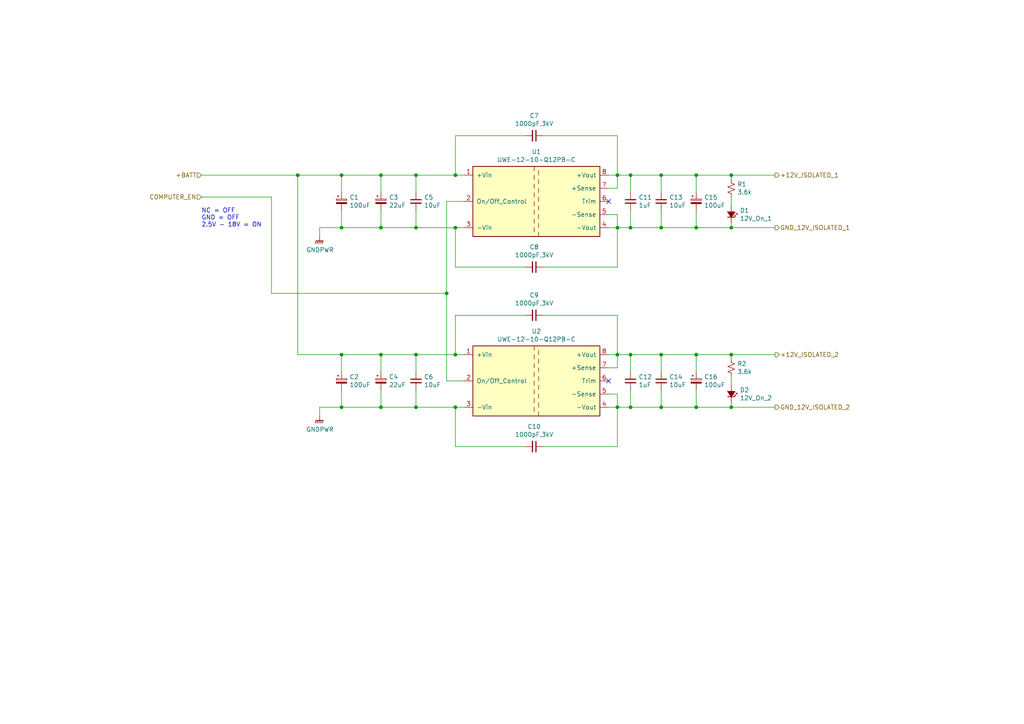
<source format=kicad_sch>
(kicad_sch (version 20211123) (generator eeschema)
  (paper "A4")
  (title_block (title "Power Management for Zeabus AUV") (date "20-April-2020") (rev "1.0.0") (company "Zeabus") (comment 1 "by Natchanan Thongtem and Akrapong Patchararungruang"))
  (lib_symbols
    (symbol "Device:C_Polarized_Small" (pin_numbers hide) (pin_names (offset 0.254) hide)
      (property "Reference" "C" (at 0.254 1.778 0))
      (property "Value" "C_Polarized_Small" (at 0.254 -2.032 0))
      (symbol "C_Polarized_Small_0_1"
        (rectangle (start -1.524 -0.3048) (end 1.524 -0.6858) (fill (type outline)))
        (rectangle (start -1.524 0.6858) (end 1.524 0.3048))
        (polyline (pts (xy -1.27 1.524) (xy -0.762 1.524)))
        (polyline (pts (xy -1.016 1.27) (xy -1.016 1.778)))
      )
      (symbol "C_Polarized_Small_1_1"
        (pin passive line (at 0 2.54 270) (length 1.8542) (name "~") (number "1"))
        (pin passive line (at 0 -2.54 90) (length 1.8542) (name "~") (number "2"))
      )
    )
    (symbol "Device:C_Small" (pin_numbers hide) (pin_names (offset 0.254) hide)
      (property "Reference" "C" (at 0.254 1.778 0))
      (property "Value" "C_Small" (at 0.254 -2.032 0))
      (symbol "C_Small_0_1"
        (polyline (pts (xy -1.524 -0.508) (xy 1.524 -0.508)) (stroke (width 0.3302)))
        (polyline (pts (xy -1.524 0.508) (xy 1.524 0.508)) (stroke (width 0.3048)))
      )
      (symbol "C_Small_1_1"
        (pin passive line (at 0 2.54 270) (length 2.032) (name "~") (number "1"))
        (pin passive line (at 0 -2.54 90) (length 2.032) (name "~") (number "2"))
      )
    )
    (symbol "Device:LED_Small_Filled" (pin_numbers hide) (pin_names (offset 0.254) hide)
      (property "Reference" "D" (at -1.27 3.175 0))
      (property "Value" "LED_Small_Filled" (at -4.445 -2.54 0))
      (symbol "LED_Small_Filled_0_1"
        (polyline (pts (xy -0.762 -1.016) (xy -0.762 1.016)) (stroke (width 0.254)))
        (polyline (pts (xy 1.016 0) (xy -0.762 0)))
        (polyline (pts (xy 0.762 -1.016) (xy -0.762 0) (xy 0.762 1.016) (xy 0.762 -1.016)) (stroke (width 0.254)) (fill (type outline)))
        (polyline (pts (xy 0 0.762) (xy -0.508 1.27) (xy -0.254 1.27) (xy -0.508 1.27) (xy -0.508 1.016)))
        (polyline (pts (xy 0.508 1.27) (xy 0 1.778) (xy 0.254 1.778) (xy 0 1.778) (xy 0 1.524)))
      )
      (symbol "LED_Small_Filled_1_1"
        (pin passive line (at -2.54 0 0) (length 1.778) (name "K") (number "1"))
        (pin passive line (at 2.54 0 180) (length 1.778) (name "A") (number "2"))
      )
    )
    (symbol "Device:R_Small_US" (pin_numbers hide) (pin_names (offset 0.254) hide)
      (property "Reference" "R" (at 0.762 0.508 0))
      (property "Value" "R_Small_US" (at 0.762 -1.016 0))
      (symbol "R_Small_US_1_1"
        (polyline (pts (xy 0 0) (xy 1.016 -0.381) (xy 0 -0.762) (xy -1.016 -1.143) (xy 0 -1.524)))
        (polyline (pts (xy 0 1.524) (xy 1.016 1.143) (xy 0 0.762) (xy -1.016 0.381) (xy 0 0)))
        (pin passive line (at 0 2.54 270) (length 1.016) (name "~") (number "1"))
        (pin passive line (at 0 -2.54 90) (length 1.016) (name "~") (number "2"))
      )
    )
    (symbol "power:GNDPWR" (power) (pin_names (offset 0))
      (property "Value" "GNDPWR" (at 0 -3.302 0))
      (symbol "GNDPWR_0_1"
        (polyline (pts (xy 0 -1.27) (xy 0 0)))
        (polyline (pts (xy -1.016 -1.27) (xy -1.27 -2.032) (xy -1.27 -2.032)) (stroke (width 0.2032)))
        (polyline (pts (xy -0.508 -1.27) (xy -0.762 -2.032) (xy -0.762 -2.032)) (stroke (width 0.2032)))
        (polyline (pts (xy 0 -1.27) (xy -0.254 -2.032) (xy -0.254 -2.032)) (stroke (width 0.2032)))
        (polyline (pts (xy 0.508 -1.27) (xy 0.254 -2.032) (xy 0.254 -2.032)) (stroke (width 0.2032)))
        (polyline (pts (xy 1.016 -1.27) (xy -1.016 -1.27) (xy -1.016 -1.27)) (stroke (width 0.2032)))
        (polyline (pts (xy 1.016 -1.27) (xy 0.762 -2.032) (xy 0.762 -2.032) (xy 0.762 -2.032)) (stroke (width 0.2032)))
      )
      (symbol "GNDPWR_1_1"
        (pin power_in line (at 0 0 270) (length 0) hide (name "GNDPWR") (number "1"))
      )
    )
    (symbol "zeabus:UWE-12-10-Q12PB-C" (pin_names (offset 1.016))
      (property "Reference" "U" (at -16.51 11.43 0))
      (property "Value" "UWE-12-10-Q12PB-C" (at 8.89 11.43 0))
      (symbol "UWE-12-10-Q12PB-C_0_1"
        (rectangle (start -17.78 10.16) (end 19.05 -10.16) (stroke (width 0.254)) (fill (type background)))
        (polyline (pts (xy 0 -7.62) (xy 0 -8.89)))
        (polyline (pts (xy 0 -5.08) (xy 0 -6.35)))
        (polyline (pts (xy 0 -2.54) (xy 0 -3.81)))
        (polyline (pts (xy 0 0) (xy 0 -1.27)))
        (polyline (pts (xy 0 2.54) (xy 0 1.27)))
        (polyline (pts (xy 0 3.81) (xy 0 5.08)))
        (polyline (pts (xy 0 6.35) (xy 0 7.62)))
        (polyline (pts (xy 0 10.16) (xy 0 8.89)))
        (polyline (pts (xy 1.27 -8.89) (xy 1.27 -10.16)))
        (polyline (pts (xy 1.27 -6.35) (xy 1.27 -7.62)))
        (polyline (pts (xy 1.27 -3.81) (xy 1.27 -5.08)))
        (polyline (pts (xy 1.27 -1.27) (xy 1.27 -2.54)))
        (polyline (pts (xy 1.27 0) (xy 1.27 1.27)))
        (polyline (pts (xy 1.27 3.81) (xy 1.27 2.54)))
        (polyline (pts (xy 1.27 6.35) (xy 1.27 5.08)))
        (polyline (pts (xy 1.27 8.89) (xy 1.27 7.62)))
      )
      (symbol "UWE-12-10-Q12PB-C_1_1"
        (pin power_in line (at -20.32 7.62 0) (length 2.54) (name "+Vin") (number "1"))
        (pin input line (at -20.32 0 0) (length 2.54) (name "On/Off_Control") (number "2"))
        (pin power_in line (at -20.32 -7.62 0) (length 2.54) (name "-Vin") (number "3"))
        (pin power_out line (at 21.59 -7.62 180) (length 2.54) (name "-Vout") (number "4"))
        (pin passive line (at 21.59 -3.81 180) (length 2.54) (name "-Sense") (number "5"))
        (pin passive line (at 21.59 0 180) (length 2.54) (name "Trim") (number "6"))
        (pin passive line (at 21.59 3.81 180) (length 2.54) (name "+Sense") (number "7"))
        (pin power_out line (at 21.59 7.62 180) (length 2.54) (name "+Vout") (number "8"))
      )
    )
  )
  (junction (at 110.49 118.11))
  (junction (at 182.88 50.8))
  (junction (at 201.93 66.04))
  (junction (at 129.54 85.09))
  (junction (at 179.07 118.11))
  (junction (at 132.08 102.87))
  (junction (at 120.65 102.87))
  (junction (at 99.06 118.11))
  (junction (at 110.49 102.87))
  (junction (at 212.09 118.11))
  (junction (at 120.65 66.04))
  (junction (at 201.93 50.8))
  (junction (at 120.65 118.11))
  (junction (at 179.07 66.04))
  (junction (at 191.77 118.11))
  (junction (at 110.49 66.04))
  (junction (at 179.07 102.87))
  (junction (at 132.08 50.8))
  (junction (at 132.08 118.11))
  (junction (at 212.09 66.04))
  (junction (at 99.06 66.04))
  (junction (at 201.93 118.11))
  (junction (at 191.77 66.04))
  (junction (at 191.77 50.8))
  (junction (at 201.93 102.87))
  (junction (at 182.88 66.04))
  (junction (at 179.07 50.8))
  (junction (at 212.09 102.87))
  (junction (at 182.88 102.87))
  (junction (at 110.49 50.8))
  (junction (at 99.06 50.8))
  (junction (at 212.09 50.8))
  (junction (at 182.88 118.11))
  (junction (at 120.65 50.8))
  (junction (at 86.36 50.8))
  (junction (at 99.06 102.87))
  (junction (at 191.77 102.87))
  (junction (at 132.08 66.04))
  (no_connect (at 176.53 110.49))
  (no_connect (at 176.53 58.42))
  (wire (pts (xy 120.65 50.8) (xy 132.08 50.8)))
  (wire (pts (xy 182.88 113.03) (xy 182.88 118.11)))
  (wire (pts (xy 132.08 129.54) (xy 132.08 118.11)))
  (wire (pts (xy 120.65 60.96) (xy 120.65 66.04)))
  (wire (pts (xy 120.65 118.11) (xy 132.08 118.11)))
  (wire (pts (xy 179.07 91.44) (xy 179.07 102.87)))
  (wire (pts (xy 120.65 107.95) (xy 120.65 102.87)))
  (wire (pts (xy 120.65 55.88) (xy 120.65 50.8)))
  (wire (pts (xy 132.08 66.04) (xy 134.62 66.04)))
  (wire (pts (xy 110.49 118.11) (xy 120.65 118.11)))
  (wire (pts (xy 191.77 60.96) (xy 191.77 66.04)))
  (wire (pts (xy 110.49 60.96) (xy 110.49 66.04)))
  (wire (pts (xy 92.71 118.11) (xy 92.71 120.65)))
  (wire (pts (xy 201.93 118.11) (xy 191.77 118.11)))
  (wire (pts (xy 201.93 66.04) (xy 212.09 66.04)))
  (wire (pts (xy 182.88 66.04) (xy 179.07 66.04)))
  (wire (pts (xy 191.77 113.03) (xy 191.77 118.11)))
  (wire (pts (xy 132.08 39.37) (xy 152.4 39.37)))
  (wire (pts (xy 132.08 50.8) (xy 134.62 50.8)))
  (wire (pts (xy 176.53 102.87) (xy 179.07 102.87)))
  (wire (pts (xy 132.08 118.11) (xy 134.62 118.11)))
  (wire (pts (xy 132.08 77.47) (xy 132.08 66.04)))
  (wire (pts (xy 132.08 50.8) (xy 132.08 39.37)))
  (wire (pts (xy 86.36 102.87) (xy 86.36 50.8)))
  (wire (pts (xy 179.07 118.11) (xy 179.07 114.3)))
  (wire (pts (xy 129.54 58.42) (xy 134.62 58.42)))
  (wire (pts (xy 179.07 54.61) (xy 176.53 54.61)))
  (wire (pts (xy 176.53 50.8) (xy 179.07 50.8)))
  (wire (pts (xy 78.74 57.15) (xy 78.74 85.09)))
  (wire (pts (xy 120.65 113.03) (xy 120.65 118.11)))
  (wire (pts (xy 86.36 50.8) (xy 99.06 50.8)))
  (wire (pts (xy 152.4 77.47) (xy 132.08 77.47)))
  (wire (pts (xy 58.42 50.8) (xy 86.36 50.8)))
  (wire (pts (xy 58.42 57.15) (xy 78.74 57.15)))
  (wire (pts (xy 182.88 102.87) (xy 182.88 107.95)))
  (wire (pts (xy 132.08 102.87) (xy 132.08 91.44)))
  (wire (pts (xy 176.53 62.23) (xy 179.07 62.23)))
  (wire (pts (xy 176.53 118.11) (xy 179.07 118.11)))
  (wire (pts (xy 212.09 116.84) (xy 212.09 118.11)))
  (wire (pts (xy 212.09 104.14) (xy 212.09 102.87)))
  (wire (pts (xy 201.93 102.87) (xy 201.93 107.95)))
  (wire (pts (xy 179.07 129.54) (xy 179.07 118.11)))
  (wire (pts (xy 120.65 102.87) (xy 132.08 102.87)))
  (wire (pts (xy 191.77 66.04) (xy 182.88 66.04)))
  (wire (pts (xy 201.93 118.11) (xy 212.09 118.11)))
  (wire (pts (xy 182.88 60.96) (xy 182.88 66.04)))
  (wire (pts (xy 132.08 102.87) (xy 134.62 102.87)))
  (wire (pts (xy 157.48 77.47) (xy 179.07 77.47)))
  (wire (pts (xy 110.49 66.04) (xy 120.65 66.04)))
  (wire (pts (xy 179.07 39.37) (xy 179.07 50.8)))
  (wire (pts (xy 212.09 52.07) (xy 212.09 50.8)))
  (wire (pts (xy 110.49 113.03) (xy 110.49 118.11)))
  (wire (pts (xy 110.49 50.8) (xy 99.06 50.8)))
  (wire (pts (xy 179.07 66.04) (xy 179.07 62.23)))
  (wire (pts (xy 201.93 50.8) (xy 212.09 50.8)))
  (wire (pts (xy 179.07 50.8) (xy 179.07 54.61)))
  (wire (pts (xy 129.54 85.09) (xy 129.54 110.49)))
  (wire (pts (xy 176.53 66.04) (xy 179.07 66.04)))
  (wire (pts (xy 129.54 110.49) (xy 134.62 110.49)))
  (wire (pts (xy 92.71 118.11) (xy 99.06 118.11)))
  (wire (pts (xy 110.49 50.8) (xy 120.65 50.8)))
  (wire (pts (xy 212.09 109.22) (xy 212.09 111.76)))
  (wire (pts (xy 78.74 85.09) (xy 129.54 85.09)))
  (wire (pts (xy 179.07 102.87) (xy 182.88 102.87)))
  (wire (pts (xy 132.08 91.44) (xy 152.4 91.44)))
  (wire (pts (xy 191.77 102.87) (xy 201.93 102.87)))
  (wire (pts (xy 201.93 113.03) (xy 201.93 118.11)))
  (wire (pts (xy 99.06 113.03) (xy 99.06 118.11)))
  (wire (pts (xy 212.09 64.77) (xy 212.09 66.04)))
  (wire (pts (xy 129.54 85.09) (xy 129.54 58.42)))
  (wire (pts (xy 110.49 55.88) (xy 110.49 50.8)))
  (wire (pts (xy 92.71 66.04) (xy 99.06 66.04)))
  (wire (pts (xy 182.88 102.87) (xy 191.77 102.87)))
  (wire (pts (xy 157.48 91.44) (xy 179.07 91.44)))
  (wire (pts (xy 99.06 102.87) (xy 99.06 107.95)))
  (wire (pts (xy 99.06 60.96) (xy 99.06 66.04)))
  (wire (pts (xy 182.88 50.8) (xy 182.88 55.88)))
  (wire (pts (xy 99.06 102.87) (xy 86.36 102.87)))
  (wire (pts (xy 212.09 102.87) (xy 224.79 102.87)))
  (wire (pts (xy 212.09 118.11) (xy 224.79 118.11)))
  (wire (pts (xy 99.06 118.11) (xy 110.49 118.11)))
  (wire (pts (xy 157.48 129.54) (xy 179.07 129.54)))
  (wire (pts (xy 110.49 102.87) (xy 99.06 102.87)))
  (wire (pts (xy 99.06 50.8) (xy 99.06 55.88)))
  (wire (pts (xy 201.93 50.8) (xy 201.93 55.88)))
  (wire (pts (xy 191.77 102.87) (xy 191.77 107.95)))
  (wire (pts (xy 120.65 66.04) (xy 132.08 66.04)))
  (wire (pts (xy 179.07 102.87) (xy 179.07 106.68)))
  (wire (pts (xy 110.49 107.95) (xy 110.49 102.87)))
  (wire (pts (xy 179.07 50.8) (xy 182.88 50.8)))
  (wire (pts (xy 110.49 102.87) (xy 120.65 102.87)))
  (wire (pts (xy 191.77 118.11) (xy 182.88 118.11)))
  (wire (pts (xy 191.77 50.8) (xy 201.93 50.8)))
  (wire (pts (xy 179.07 106.68) (xy 176.53 106.68)))
  (wire (pts (xy 92.71 66.04) (xy 92.71 68.58)))
  (wire (pts (xy 182.88 50.8) (xy 191.77 50.8)))
  (wire (pts (xy 182.88 118.11) (xy 179.07 118.11)))
  (wire (pts (xy 132.08 129.54) (xy 152.4 129.54)))
  (wire (pts (xy 201.93 66.04) (xy 191.77 66.04)))
  (wire (pts (xy 212.09 59.69) (xy 212.09 57.15)))
  (wire (pts (xy 191.77 50.8) (xy 191.77 55.88)))
  (wire (pts (xy 212.09 66.04) (xy 224.79 66.04)))
  (wire (pts (xy 212.09 50.8) (xy 224.79 50.8)))
  (wire (pts (xy 201.93 102.87) (xy 212.09 102.87)))
  (wire (pts (xy 176.53 114.3) (xy 179.07 114.3)))
  (wire (pts (xy 201.93 60.96) (xy 201.93 66.04)))
  (wire (pts (xy 157.48 39.37) (xy 179.07 39.37)))
  (wire (pts (xy 99.06 66.04) (xy 110.49 66.04)))
  (wire (pts (xy 179.07 77.47) (xy 179.07 66.04)))
  (text "NC = OFF\nGND = OFF\n2.5V - 18V = ON" (at 58.42 66.04 0) (effects (font (size 1.27 1.27)) (justify left bottom)))
  (hierarchical_label "COMPUTER_EN" (shape input) (at 58.42 57.15 180))
  (hierarchical_label "+12V_ISOLATED_2" (shape output) (at 224.79 102.87 0))
  (hierarchical_label "GND_12V_ISOLATED_1" (shape output) (at 224.79 66.04 0))
  (hierarchical_label "+12V_ISOLATED_1" (shape output) (at 224.79 50.8 0))
  (hierarchical_label "+BATT" (shape input) (at 58.42 50.8 180))
  (hierarchical_label "GND_12V_ISOLATED_2" (shape output) (at 224.79 118.11 0))
  (symbol (lib_id "Device:C_Small") (at 182.88 58.42 0) (unit 1)
    (property "Reference" "C11" (at 185.2168 57.2516 0) (effects (justify left)))
    (property "Value" "1uF" (at 185.2168 59.563 0) (effects (justify left)))
    (property "Footprint" "Capacitor_SMD:C_0805_2012Metric_Pad1.15x1.40mm_HandSolder" (effects hide))
    (property "Datasheet" "3013482" (effects hide))
  )
  (symbol (lib_id "Device:C_Polarized_Small") (at 201.93 58.42 0) (unit 1)
    (property "Reference" "C15" (at 204.2414 57.2516 0) (effects (justify left)))
    (property "Value" "100uF" (at 204.2414 59.563 0) (effects (justify left)))
    (property "Footprint" "Capacitor_SMD:CP_Elec_8x10" (effects hide))
  )
  (symbol (lib_id "Device:C_Small") (at 191.77 58.42 0) (unit 1)
    (property "Reference" "C13" (at 194.1068 57.2516 0) (effects (justify left)))
    (property "Value" "10uF" (at 194.1068 59.563 0) (effects (justify left)))
    (property "Footprint" "Capacitor_SMD:C_1206_3216Metric_Pad1.42x1.75mm_HandSolder" (effects hide))
    (property "Datasheet" "2672214" (effects hide))
  )
  (symbol (lib_id "Device:C_Small") (at 120.65 58.42 0) (unit 1)
    (property "Reference" "C5" (at 122.9868 57.2516 0) (effects (justify left)))
    (property "Value" "10uF" (at 122.9868 59.563 0) (effects (justify left)))
    (property "Footprint" "Capacitor_SMD:C_1206_3216Metric_Pad1.42x1.75mm_HandSolder" (effects hide))
    (property "Datasheet" "2672214" (effects hide))
  )
  (symbol (lib_id "Device:C_Polarized_Small") (at 110.49 58.42 0) (unit 1)
    (property "Reference" "C3" (at 112.8268 57.2516 0) (effects (justify left)))
    (property "Value" "22uF" (at 112.8268 59.563 0) (effects (justify left)))
    (property "Footprint" "Capacitor_SMD:CP_Elec_6.3x5.8" (effects hide))
  )
  (symbol (lib_id "zeabus:UWE-12-10-Q12PB-C") (at 154.94 58.42 0) (unit 1)
    (property "Reference" "U1" (at 155.575 44.0182 0))
    (property "Value" "UWE-12-10-Q12PB-C" (at 155.575 46.3296 0))
    (property "Footprint" "zeabus:UWE-xxxx" (effects hide))
    (property "Datasheet" "2887350" (effects hide))
  )
  (symbol (lib_id "Device:C_Polarized_Small") (at 99.06 58.42 0) (unit 1)
    (property "Reference" "C1" (at 101.3714 57.2516 0) (effects (justify left)))
    (property "Value" "100uF" (at 101.3714 59.563 0) (effects (justify left)))
    (property "Footprint" "Capacitor_SMD:CP_Elec_8x10" (effects hide))
  )
  (symbol (lib_id "Device:C_Small") (at 154.94 39.37 270) (unit 1)
    (property "Reference" "C7" (at 154.94 33.5534 90))
    (property "Value" "1000pF,3kV" (at 154.94 35.8648 90))
    (property "Footprint" "Capacitor_SMD:C_1812_4532Metric_Pad1.30x3.40mm_HandSolder" (effects hide))
    (property "Datasheet" "1856025" (effects hide))
  )
  (symbol (lib_id "Device:C_Small") (at 182.88 110.49 0) (unit 1)
    (property "Reference" "C12" (at 185.2168 109.3216 0) (effects (justify left)))
    (property "Value" "1uF" (at 185.2168 111.633 0) (effects (justify left)))
    (property "Footprint" "Capacitor_SMD:C_0805_2012Metric_Pad1.15x1.40mm_HandSolder" (effects hide))
    (property "Datasheet" "3013482" (effects hide))
  )
  (symbol (lib_id "Device:C_Polarized_Small") (at 201.93 110.49 0) (unit 1)
    (property "Reference" "C16" (at 204.2414 109.3216 0) (effects (justify left)))
    (property "Value" "100uF" (at 204.2414 111.633 0) (effects (justify left)))
    (property "Footprint" "Capacitor_SMD:CP_Elec_8x10" (effects hide))
  )
  (symbol (lib_id "Device:C_Small") (at 191.77 110.49 0) (unit 1)
    (property "Reference" "C14" (at 194.1068 109.3216 0) (effects (justify left)))
    (property "Value" "10uF" (at 194.1068 111.633 0) (effects (justify left)))
    (property "Footprint" "Capacitor_SMD:C_1206_3216Metric_Pad1.42x1.75mm_HandSolder" (effects hide))
    (property "Datasheet" "2672214" (effects hide))
  )
  (symbol (lib_id "Device:C_Small") (at 120.65 110.49 0) (unit 1)
    (property "Reference" "C6" (at 122.9868 109.3216 0) (effects (justify left)))
    (property "Value" "10uF" (at 122.9868 111.633 0) (effects (justify left)))
    (property "Footprint" "Capacitor_SMD:C_1206_3216Metric_Pad1.42x1.75mm_HandSolder" (effects hide))
    (property "Datasheet" "2672214" (effects hide))
  )
  (symbol (lib_id "Device:C_Polarized_Small") (at 110.49 110.49 0) (unit 1)
    (property "Reference" "C4" (at 112.8268 109.3216 0) (effects (justify left)))
    (property "Value" "22uF" (at 112.8268 111.633 0) (effects (justify left)))
    (property "Footprint" "Capacitor_SMD:CP_Elec_6.3x5.8" (effects hide))
  )
  (symbol (lib_id "zeabus:UWE-12-10-Q12PB-C") (at 154.94 110.49 0) (unit 1)
    (property "Reference" "U2" (at 155.575 96.0882 0))
    (property "Value" "UWE-12-10-Q12PB-C" (at 155.575 98.3996 0))
    (property "Footprint" "zeabus:UWE-xxxx" (effects hide))
    (property "Datasheet" "2887350" (effects hide))
  )
  (symbol (lib_id "Device:C_Polarized_Small") (at 99.06 110.49 0) (unit 1)
    (property "Reference" "C2" (at 101.3714 109.3216 0) (effects (justify left)))
    (property "Value" "100uF" (at 101.3714 111.633 0) (effects (justify left)))
    (property "Footprint" "Capacitor_SMD:CP_Elec_8x10" (effects hide))
  )
  (symbol (lib_id "Device:C_Small") (at 154.94 77.47 270) (unit 1)
    (property "Reference" "C8" (at 154.94 71.6534 90))
    (property "Value" "1000pF,3kV" (at 154.94 73.9648 90))
    (property "Footprint" "Capacitor_SMD:C_1812_4532Metric_Pad1.30x3.40mm_HandSolder" (effects hide))
    (property "Datasheet" "1856025" (effects hide))
  )
  (symbol (lib_id "Device:C_Small") (at 154.94 91.44 270) (unit 1)
    (property "Reference" "C9" (at 154.94 85.6234 90))
    (property "Value" "1000pF,3kV" (at 154.94 87.9348 90))
    (property "Footprint" "Capacitor_SMD:C_1812_4532Metric_Pad1.30x3.40mm_HandSolder" (effects hide))
    (property "Datasheet" "1856025" (effects hide))
  )
  (symbol (lib_id "Device:C_Small") (at 154.94 129.54 270) (unit 1)
    (property "Reference" "C10" (at 154.94 123.7234 90))
    (property "Value" "1000pF,3kV" (at 154.94 126.0348 90))
    (property "Footprint" "Capacitor_SMD:C_1812_4532Metric_Pad1.30x3.40mm_HandSolder" (effects hide))
    (property "Datasheet" "1856025" (effects hide))
  )
  (symbol (lib_id "Device:LED_Small_Filled") (at 212.09 62.23 270) (mirror x) (unit 1)
    (property "Reference" "D1" (at 214.5792 61.0616 90) (effects (justify left)))
    (property "Value" "12V_On_1" (at 214.5792 63.373 90) (effects (justify left)))
    (property "Footprint" "LED_SMD:LED_0603_1608Metric_Pad1.05x0.95mm_HandSolder" (effects hide))
  )
  (symbol (lib_id "Device:R_Small_US") (at 212.09 54.61 0) (unit 1)
    (property "Reference" "R1" (at 213.8172 53.4416 0) (effects (justify left)))
    (property "Value" "3.6k" (at 213.8172 55.753 0) (effects (justify left)))
    (property "Footprint" "Resistor_SMD:R_0603_1608Metric_Pad1.05x0.95mm_HandSolder" (effects hide))
  )
  (symbol (lib_id "Device:R_Small_US") (at 212.09 106.68 0) (unit 1)
    (property "Reference" "R2" (at 213.8172 105.5116 0) (effects (justify left)))
    (property "Value" "3.6k" (at 213.8172 107.823 0) (effects (justify left)))
    (property "Footprint" "Resistor_SMD:R_0603_1608Metric_Pad1.05x0.95mm_HandSolder" (effects hide))
  )
  (symbol (lib_id "Device:LED_Small_Filled") (at 212.09 114.3 270) (mirror x) (unit 1)
    (property "Reference" "D2" (at 214.5792 113.1316 90) (effects (justify left)))
    (property "Value" "12V_On_2" (at 214.5792 115.443 90) (effects (justify left)))
    (property "Footprint" "LED_SMD:LED_0603_1608Metric_Pad1.05x0.95mm_HandSolder" (effects hide))
  )
  (symbol (lib_id "power:GNDPWR") (at 92.71 68.58 0) (unit 1)
    (property "Reference" "#PWR08" (effects hide))
    (property "Value" "GNDPWR" (at 92.8116 72.4916 0))
  )
  (symbol (lib_id "power:GNDPWR") (at 92.71 120.65 0) (unit 1)
    (property "Reference" "#PWR09" (effects hide))
    (property "Value" "GNDPWR" (at 92.8116 124.5616 0))
  )
)
</source>
